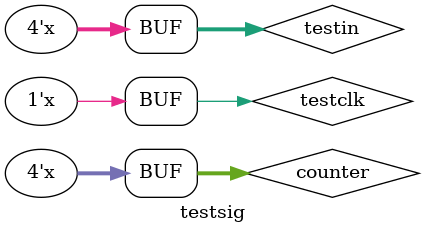
<source format=v>
`timescale 1ns/1ns

module testsig;
    reg testclk;
    reg [3:0] testin;
    reg [3:0] counter;
    initial 
    begin
        testin <= 0;
        testclk <= 0;
        counter <= 0;
    end

    always #10
    begin
        testclk = ~testclk;
        if (counter == 0)
        begin
            testin <= testin + 1;
            counter <= counter + 1;
        end
        else 
        begin
            counter <= counter + 1;
        end
    end
    
    encode en(.clk(testclk), .in(testin));
endmodule
</source>
